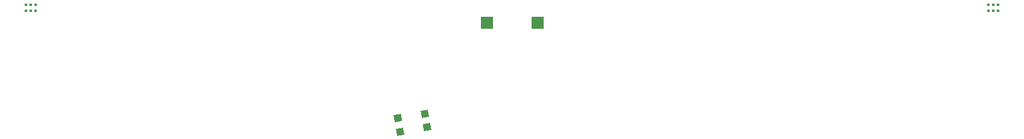
<source format=gbp>
%FSTAX23Y23*%
%MOIN*%
%SFA1B1*%

%IPPOS*%
%AMD64*
4,1,4,-0.016100,-0.022600,0.022600,-0.016100,0.016100,0.022600,-0.022600,0.016100,-0.016100,-0.022600,0.0*
%
%ADD62R,0.017720X0.017720*%
%ADD63R,0.015750X0.017720*%
G04~CAMADD=64~10~0.0~393.7~0.0~0.0~0.0~0.0~0~0.0~0.0~0.0~0.0~0~0.0~0.0~0.0~0.0~0~0.0~0.0~0.0~189.5~393.7~0.0*
%ADD64D64*%
%ADD65R,0.068900X0.070870*%
%LNfront_flex-1*%
%LPD*%
G36*
X-00635Y00142D02*
X-00595Y00148D01*
X-00601Y00183*
X-0064Y00176*
X-00635Y00142*
G37*
G36*
X-00647Y00216D02*
X-00608Y00222D01*
X-00613Y00257*
X-00653Y0025*
X-00647Y00216*
G37*
G36*
X-00487Y00167D02*
X-00447Y00173D01*
X-00453Y00208*
X-00492Y00201*
X-00487Y00167*
G37*
G36*
X-00497Y00241D02*
X-0046Y00247D01*
X-00465Y00282*
X-00503Y00275*
X-00497Y00241*
G37*
G54D62*
X-02632Y00836D03*
X-02685D03*
Y0087D03*
X-02632D03*
X02685Y00836D03*
X02632D03*
Y0087D03*
X02685D03*
G54D63*
X-02659Y00836D03*
Y0087D03*
X02659Y00836D03*
Y0087D03*
G54D64*
X-00619Y00163D03*
X-00631Y00237D03*
X-00469Y00188D03*
X-00481Y00262D03*
G54D65*
X-0014Y00767D03*
X0014D03*
M02*
</source>
